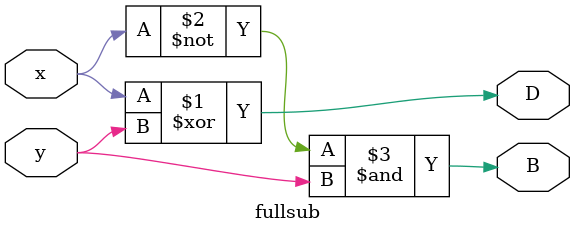
<source format=v>
module fullsub(
    input x,y,
    output D,B
    );
   assign D=x^y;
	assign B=(~x)&y;

endmodule

</source>
